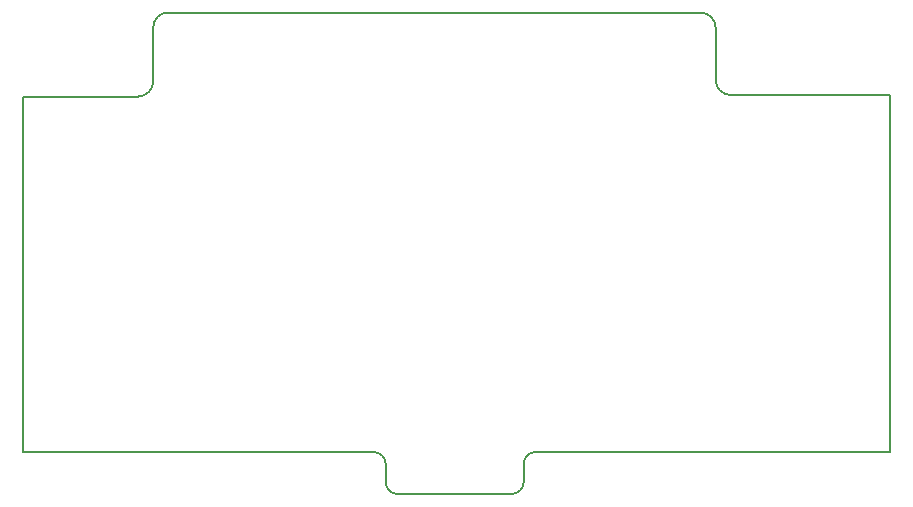
<source format=gbr>
G04 #@! TF.FileFunction,Profile,NP*
%FSLAX46Y46*%
G04 Gerber Fmt 4.6, Leading zero omitted, Abs format (unit mm)*
G04 Created by KiCad (PCBNEW 4.0.2-stable) date 2016年09月17日 星期六 10:25:48*
%MOMM*%
G01*
G04 APERTURE LIST*
%ADD10C,0.100000*%
%ADD11C,0.150000*%
G04 APERTURE END LIST*
D10*
D11*
X181152800Y-73660000D02*
X180848000Y-73660000D01*
X181152800Y-103886000D02*
X181152800Y-73660000D01*
X180848000Y-103886000D02*
X181152800Y-103886000D01*
X107696000Y-73787000D02*
X107696000Y-103886000D01*
X167640000Y-73660000D02*
X180848000Y-73660000D01*
X166370000Y-67945000D02*
X166370000Y-72390000D01*
X166370000Y-72390000D02*
G75*
G03X167640000Y-73660000I1270000J0D01*
G01*
X166370000Y-67945000D02*
G75*
G03X165100000Y-66675000I-1270000J0D01*
G01*
X118745000Y-67945000D02*
X118745000Y-72517000D01*
X117475000Y-73787000D02*
X107696000Y-73787000D01*
X117475000Y-73787000D02*
G75*
G03X118745000Y-72517000I0J1270000D01*
G01*
X120015000Y-66675000D02*
G75*
G03X118745000Y-67945000I0J-1270000D01*
G01*
X151130000Y-103886000D02*
X180848000Y-103886000D01*
X107696000Y-103886000D02*
X137414000Y-103886000D01*
X149098000Y-107442000D02*
X139446000Y-107442000D01*
X150114000Y-104902000D02*
X150114000Y-106426000D01*
X151130000Y-103886000D02*
G75*
G03X150114000Y-104902000I0J-1016000D01*
G01*
X149098000Y-107442000D02*
G75*
G03X150114000Y-106426000I0J1016000D01*
G01*
X138430000Y-104902000D02*
X138430000Y-106426000D01*
X138430000Y-106426000D02*
G75*
G03X139446000Y-107442000I1016000J0D01*
G01*
X138430000Y-104902000D02*
G75*
G03X137414000Y-103886000I-1016000J0D01*
G01*
X165100000Y-66675000D02*
X120015000Y-66675000D01*
M02*

</source>
